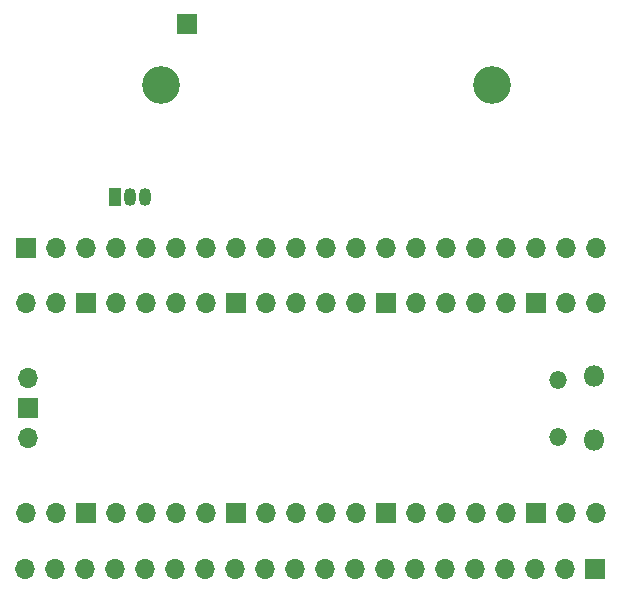
<source format=gbr>
%TF.GenerationSoftware,KiCad,Pcbnew,(6.0.1-0)*%
%TF.CreationDate,2022-01-30T18:46:34+01:00*%
%TF.ProjectId,Pico_LoRa,5069636f-5f4c-46f5-9261-2e6b69636164,1.1*%
%TF.SameCoordinates,Original*%
%TF.FileFunction,Soldermask,Bot*%
%TF.FilePolarity,Negative*%
%FSLAX46Y46*%
G04 Gerber Fmt 4.6, Leading zero omitted, Abs format (unit mm)*
G04 Created by KiCad (PCBNEW (6.0.1-0)) date 2022-01-30 18:46:34*
%MOMM*%
%LPD*%
G01*
G04 APERTURE LIST*
%ADD10C,3.200000*%
%ADD11R,1.050000X1.500000*%
%ADD12O,1.050000X1.500000*%
%ADD13R,1.700000X1.700000*%
%ADD14O,1.700000X1.700000*%
%ADD15O,1.500000X1.500000*%
%ADD16O,1.800000X1.800000*%
G04 APERTURE END LIST*
D10*
%TO.C,MK1*%
X87695000Y-96647000D03*
%TD*%
%TO.C,MK2*%
X115695000Y-96647000D03*
%TD*%
D11*
%TO.C,U4*%
X83780000Y-106175000D03*
D12*
X85050000Y-106175000D03*
X86320000Y-106175000D03*
%TD*%
D13*
%TO.C,J2*%
X124425000Y-137625000D03*
D14*
X121885000Y-137625000D03*
X119345000Y-137625000D03*
X116805000Y-137625000D03*
X114265000Y-137625000D03*
X111725000Y-137625000D03*
X109185000Y-137625000D03*
X106645000Y-137625000D03*
X104105000Y-137625000D03*
X101565000Y-137625000D03*
X99025000Y-137625000D03*
X96485000Y-137625000D03*
X93945000Y-137625000D03*
X91405000Y-137625000D03*
X88865000Y-137625000D03*
X86325000Y-137625000D03*
X83785000Y-137625000D03*
X81245000Y-137625000D03*
X78705000Y-137625000D03*
X76165000Y-137625000D03*
%TD*%
D15*
%TO.C,U1*%
X121340000Y-121600000D03*
D16*
X124370000Y-121300000D03*
X124370000Y-126750000D03*
D15*
X121340000Y-126450000D03*
D14*
X124500000Y-115135000D03*
X121960000Y-115135000D03*
D13*
X119420000Y-115135000D03*
D14*
X116880000Y-115135000D03*
X114340000Y-115135000D03*
X111800000Y-115135000D03*
X109260000Y-115135000D03*
D13*
X106720000Y-115135000D03*
D14*
X104180000Y-115135000D03*
X101640000Y-115135000D03*
X99100000Y-115135000D03*
X96560000Y-115135000D03*
D13*
X94020000Y-115135000D03*
D14*
X91480000Y-115135000D03*
X88940000Y-115135000D03*
X86400000Y-115135000D03*
X83860000Y-115135000D03*
D13*
X81320000Y-115135000D03*
D14*
X78780000Y-115135000D03*
X76240000Y-115135000D03*
X76240000Y-132915000D03*
X78780000Y-132915000D03*
D13*
X81320000Y-132915000D03*
D14*
X83860000Y-132915000D03*
X86400000Y-132915000D03*
X88940000Y-132915000D03*
X91480000Y-132915000D03*
D13*
X94020000Y-132915000D03*
D14*
X96560000Y-132915000D03*
X99100000Y-132915000D03*
X101640000Y-132915000D03*
X104180000Y-132915000D03*
D13*
X106720000Y-132915000D03*
D14*
X109260000Y-132915000D03*
X111800000Y-132915000D03*
X114340000Y-132915000D03*
X116880000Y-132915000D03*
D13*
X119420000Y-132915000D03*
D14*
X121960000Y-132915000D03*
X124500000Y-132915000D03*
X76470000Y-121485000D03*
D13*
X76470000Y-124025000D03*
D14*
X76470000Y-126565000D03*
%TD*%
D13*
%TO.C,AE1*%
X89900000Y-91475000D03*
%TD*%
%TO.C,J1*%
X76225000Y-110425000D03*
D14*
X78765000Y-110425000D03*
X81305000Y-110425000D03*
X83845000Y-110425000D03*
X86385000Y-110425000D03*
X88925000Y-110425000D03*
X91465000Y-110425000D03*
X94005000Y-110425000D03*
X96545000Y-110425000D03*
X99085000Y-110425000D03*
X101625000Y-110425000D03*
X104165000Y-110425000D03*
X106705000Y-110425000D03*
X109245000Y-110425000D03*
X111785000Y-110425000D03*
X114325000Y-110425000D03*
X116865000Y-110425000D03*
X119405000Y-110425000D03*
X121945000Y-110425000D03*
X124485000Y-110425000D03*
%TD*%
M02*

</source>
